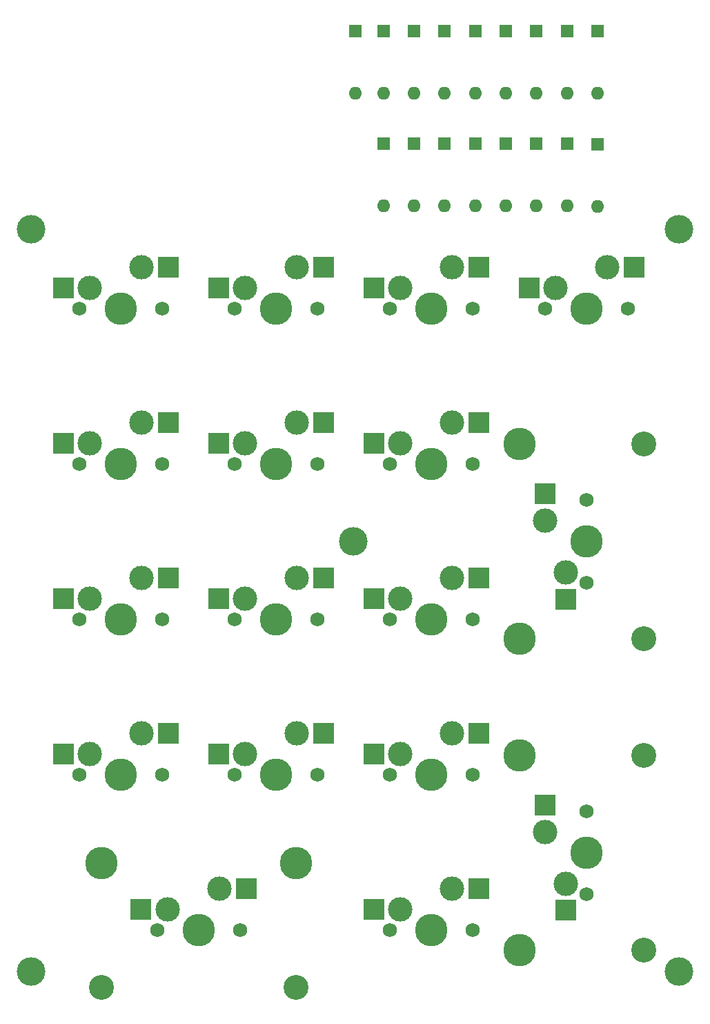
<source format=gbs>
G04 #@! TF.GenerationSoftware,KiCad,Pcbnew,8.0.6*
G04 #@! TF.CreationDate,2024-12-19T22:24:49+08:00*
G04 #@! TF.ProjectId,keyboard,6b657962-6f61-4726-942e-6b696361645f,rev?*
G04 #@! TF.SameCoordinates,Original*
G04 #@! TF.FileFunction,Soldermask,Bot*
G04 #@! TF.FilePolarity,Negative*
%FSLAX46Y46*%
G04 Gerber Fmt 4.6, Leading zero omitted, Abs format (unit mm)*
G04 Created by KiCad (PCBNEW 8.0.6) date 2024-12-19 22:24:49*
%MOMM*%
%LPD*%
G01*
G04 APERTURE LIST*
%ADD10C,2.600000*%
%ADD11C,3.500000*%
%ADD12C,1.750000*%
%ADD13C,3.000000*%
%ADD14C,3.987800*%
%ADD15R,2.550000X2.500000*%
%ADD16R,1.600000X1.600000*%
%ADD17O,1.600000X1.600000*%
%ADD18R,2.500000X2.550000*%
%ADD19C,3.048000*%
G04 APERTURE END LIST*
D10*
X288500000Y-192250000D03*
D11*
X288500000Y-192250000D03*
D10*
X328500000Y-154000000D03*
D11*
X328500000Y-154000000D03*
D10*
X328500000Y-245000000D03*
D11*
X328500000Y-245000000D03*
D10*
X249000000Y-245000000D03*
D11*
X249000000Y-245000000D03*
D10*
X249000000Y-154000000D03*
D11*
X249000000Y-154000000D03*
D12*
X273995000Y-201875000D03*
D13*
X275265000Y-199335000D03*
D14*
X279075000Y-201875000D03*
D13*
X281615000Y-196795000D03*
D12*
X284155000Y-201875000D03*
D15*
X271990000Y-199335000D03*
X284917000Y-196795000D03*
D16*
X303492000Y-129698000D03*
D17*
X303492000Y-137318000D03*
D16*
X299742000Y-129698000D03*
D17*
X299742000Y-137318000D03*
D18*
X312095000Y-224608000D03*
X314635000Y-237535000D03*
D19*
X324160000Y-218512000D03*
D14*
X308920000Y-218512000D03*
D12*
X317175000Y-225370000D03*
D13*
X312095000Y-227910000D03*
D14*
X317175000Y-230450000D03*
D13*
X314635000Y-234260000D03*
D12*
X317175000Y-235530000D03*
D19*
X324160000Y-242388000D03*
D14*
X308920000Y-242388000D03*
D16*
X318492000Y-129698000D03*
D17*
X318492000Y-137318000D03*
D16*
X292242000Y-143508000D03*
D17*
X292242000Y-151128000D03*
D16*
X299742000Y-143508000D03*
D17*
X299742000Y-151128000D03*
D16*
X307242000Y-143508000D03*
D17*
X307242000Y-151128000D03*
D12*
X254945000Y-182825000D03*
D13*
X256215000Y-180285000D03*
D14*
X260025000Y-182825000D03*
D13*
X262565000Y-177745000D03*
D12*
X265105000Y-182825000D03*
D15*
X252940000Y-180285000D03*
X265867000Y-177745000D03*
D12*
X254945000Y-201875000D03*
D13*
X256215000Y-199335000D03*
D14*
X260025000Y-201875000D03*
D13*
X262565000Y-196795000D03*
D12*
X265105000Y-201875000D03*
D15*
X252940000Y-199335000D03*
X265867000Y-196795000D03*
D12*
X254945000Y-163775000D03*
D13*
X256215000Y-161235000D03*
D14*
X260025000Y-163775000D03*
D13*
X262565000Y-158695000D03*
D12*
X265105000Y-163775000D03*
D15*
X252940000Y-161235000D03*
X265867000Y-158695000D03*
X303967000Y-234895000D03*
X291040000Y-237435000D03*
D12*
X303205000Y-239975000D03*
D13*
X300665000Y-234895000D03*
D14*
X298125000Y-239975000D03*
D13*
X294315000Y-237435000D03*
D12*
X293045000Y-239975000D03*
D16*
X310992000Y-129698000D03*
D17*
X310992000Y-137318000D03*
D16*
X295992000Y-143508000D03*
D17*
X295992000Y-151128000D03*
D12*
X273995000Y-220925000D03*
D13*
X275265000Y-218385000D03*
D14*
X279075000Y-220925000D03*
D13*
X281615000Y-215845000D03*
D12*
X284155000Y-220925000D03*
D15*
X271990000Y-218385000D03*
X284917000Y-215845000D03*
D16*
X314742000Y-143508000D03*
D17*
X314742000Y-151128000D03*
D16*
X292242000Y-129698000D03*
D17*
X292242000Y-137318000D03*
D14*
X308920000Y-204258000D03*
D19*
X324160000Y-204258000D03*
D12*
X317175000Y-197400000D03*
D13*
X314635000Y-196130000D03*
D14*
X317175000Y-192320000D03*
D13*
X312095000Y-189780000D03*
D12*
X317175000Y-187240000D03*
D14*
X308920000Y-180382000D03*
D19*
X324160000Y-180382000D03*
D18*
X314635000Y-199405000D03*
X312095000Y-186478000D03*
D12*
X254945000Y-220925000D03*
D13*
X256215000Y-218385000D03*
D14*
X260025000Y-220925000D03*
D13*
X262565000Y-215845000D03*
D12*
X265105000Y-220925000D03*
D15*
X252940000Y-218385000D03*
X265867000Y-215845000D03*
D12*
X293045000Y-220925000D03*
D13*
X294315000Y-218385000D03*
D14*
X298125000Y-220925000D03*
D13*
X300665000Y-215845000D03*
D12*
X303205000Y-220925000D03*
D15*
X291040000Y-218385000D03*
X303967000Y-215845000D03*
D12*
X293045000Y-182825000D03*
D13*
X294315000Y-180285000D03*
D14*
X298125000Y-182825000D03*
D13*
X300665000Y-177745000D03*
D12*
X303205000Y-182825000D03*
D15*
X291040000Y-180285000D03*
X303967000Y-177745000D03*
D16*
X314742000Y-129698000D03*
D17*
X314742000Y-137318000D03*
D16*
X318492000Y-143568000D03*
D17*
X318492000Y-151188000D03*
D12*
X293045000Y-201875000D03*
D13*
X294315000Y-199335000D03*
D14*
X298125000Y-201875000D03*
D13*
X300665000Y-196795000D03*
D12*
X303205000Y-201875000D03*
D15*
X291040000Y-199335000D03*
X303967000Y-196795000D03*
D12*
X273995000Y-182825000D03*
D13*
X275265000Y-180285000D03*
D14*
X279075000Y-182825000D03*
D13*
X281615000Y-177745000D03*
D12*
X284155000Y-182825000D03*
D15*
X271990000Y-180285000D03*
X284917000Y-177745000D03*
D12*
X312095000Y-163775000D03*
D13*
X313365000Y-161235000D03*
D14*
X317175000Y-163775000D03*
D13*
X319715000Y-158695000D03*
D12*
X322255000Y-163775000D03*
D15*
X310090000Y-161235000D03*
X323017000Y-158695000D03*
D16*
X310992000Y-143508000D03*
D17*
X310992000Y-151128000D03*
D14*
X257612000Y-231720000D03*
D19*
X257612000Y-246960000D03*
D12*
X264470000Y-239975000D03*
D13*
X265740000Y-237435000D03*
D14*
X269550000Y-239975000D03*
D13*
X272090000Y-234895000D03*
D12*
X274630000Y-239975000D03*
D14*
X281488000Y-231720000D03*
D19*
X281488000Y-246960000D03*
D15*
X262465000Y-237435000D03*
X275392000Y-234895000D03*
D12*
X293045000Y-163775000D03*
D13*
X294315000Y-161235000D03*
D14*
X298125000Y-163775000D03*
D13*
X300665000Y-158695000D03*
D12*
X303205000Y-163775000D03*
D15*
X291040000Y-161235000D03*
X303967000Y-158695000D03*
D12*
X273995000Y-163775000D03*
D13*
X275265000Y-161235000D03*
D14*
X279075000Y-163775000D03*
D13*
X281615000Y-158695000D03*
D12*
X284155000Y-163775000D03*
D15*
X271990000Y-161235000D03*
X284917000Y-158695000D03*
D16*
X288742000Y-129698000D03*
D17*
X288742000Y-137318000D03*
D16*
X303492000Y-143508000D03*
D17*
X303492000Y-151128000D03*
D16*
X307242000Y-129698000D03*
D17*
X307242000Y-137318000D03*
D16*
X295992000Y-129698000D03*
D17*
X295992000Y-137318000D03*
M02*

</source>
